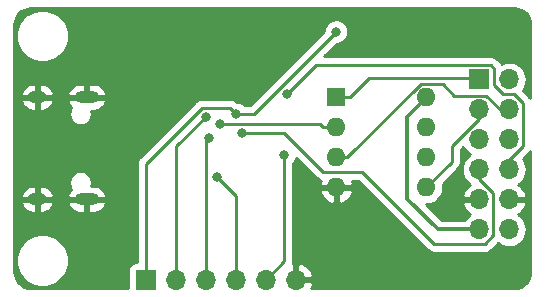
<source format=gbl>
G04 #@! TF.GenerationSoftware,KiCad,Pcbnew,(5.1.2)-1*
G04 #@! TF.CreationDate,2023-10-09T01:29:42+09:00*
G04 #@! TF.ProjectId,usc,7573632e-6b69-4636-9164-5f7063625858,v1.4*
G04 #@! TF.SameCoordinates,Original*
G04 #@! TF.FileFunction,Copper,L2,Bot*
G04 #@! TF.FilePolarity,Positive*
%FSLAX46Y46*%
G04 Gerber Fmt 4.6, Leading zero omitted, Abs format (unit mm)*
G04 Created by KiCad (PCBNEW (5.1.2)-1) date 2023-10-09 01:29:42*
%MOMM*%
%LPD*%
G04 APERTURE LIST*
%ADD10O,1.600000X1.600000*%
%ADD11R,1.600000X1.600000*%
%ADD12O,1.700000X1.700000*%
%ADD13R,1.700000X1.700000*%
%ADD14O,2.100000X1.000000*%
%ADD15O,1.600000X1.000000*%
%ADD16C,0.800000*%
%ADD17C,0.250000*%
%ADD18C,0.350000*%
%ADD19C,0.254000*%
G04 APERTURE END LIST*
D10*
X185520000Y-108200000D03*
X177900000Y-115820000D03*
X185520000Y-110740000D03*
X177900000Y-113280000D03*
X185520000Y-113280000D03*
X177900000Y-110740000D03*
X185520000Y-115820000D03*
D11*
X177900000Y-108200000D03*
D12*
X174470000Y-123650000D03*
X171930000Y-123650000D03*
X169390000Y-123650000D03*
X166850000Y-123650000D03*
X164310000Y-123650000D03*
D13*
X161770000Y-123650000D03*
D12*
X192540000Y-119380000D03*
X190000000Y-119380000D03*
X192540000Y-116840000D03*
X190000000Y-116840000D03*
X192540000Y-114300000D03*
X190000000Y-114300000D03*
X192540000Y-111760000D03*
X190000000Y-111760000D03*
X192540000Y-109220000D03*
X190000000Y-109220000D03*
X192540000Y-106680000D03*
D13*
X190000000Y-106680000D03*
D14*
X156780000Y-108180000D03*
X156780000Y-116820000D03*
D15*
X152600000Y-108180000D03*
X152600000Y-116820000D03*
D16*
X175300000Y-119500000D03*
X180760000Y-103880000D03*
X190330000Y-101280000D03*
X168850000Y-106260000D03*
X168092000Y-110475000D03*
X169889100Y-111212500D03*
X173518300Y-113075000D03*
X173737900Y-107887600D03*
X167783800Y-114906200D03*
X167100000Y-111600000D03*
X166835500Y-109825000D03*
X177888800Y-102626400D03*
X169400000Y-109600000D03*
D17*
X174470000Y-122474700D02*
X177900000Y-119044700D01*
X174470000Y-123650000D02*
X174470000Y-122474700D01*
X177900000Y-119044700D02*
X177900000Y-115820000D01*
X156780000Y-116820000D02*
X152600000Y-116820000D01*
X177900000Y-115820000D02*
X177900000Y-117800000D01*
X176200000Y-119500000D02*
X175300000Y-119500000D01*
X177900000Y-117800000D02*
X176200000Y-119500000D01*
X180760000Y-103880000D02*
X187730000Y-103880000D01*
X187730000Y-103880000D02*
X190330000Y-101280000D01*
X187700000Y-113640000D02*
X185520000Y-115820000D01*
X187700000Y-112327900D02*
X187700000Y-113640000D01*
X190000000Y-109220000D02*
X190000000Y-110027900D01*
X190000000Y-110027900D02*
X187700000Y-112327900D01*
X176774700Y-110740000D02*
X176509700Y-110475000D01*
X176509700Y-110475000D02*
X168092000Y-110475000D01*
X177900000Y-110740000D02*
X176774700Y-110740000D01*
X173468250Y-111212500D02*
X169889100Y-111212500D01*
X176755750Y-114500000D02*
X173468250Y-111212500D01*
X180079400Y-114500000D02*
X176755750Y-114500000D01*
X190000000Y-115108000D02*
X191215000Y-116323000D01*
X190000000Y-114300000D02*
X190000000Y-115108000D01*
X191215000Y-119890000D02*
X190502600Y-120602400D01*
X190502600Y-120602400D02*
X186181800Y-120602400D01*
X191215000Y-116323000D02*
X191215000Y-119890000D01*
X186181800Y-120602400D02*
X180079400Y-114500000D01*
D18*
X185520000Y-108280000D02*
X185520000Y-108200000D01*
X183900000Y-109900000D02*
X185520000Y-108280000D01*
X183900000Y-116800000D02*
X183900000Y-109900000D01*
X190000000Y-119380000D02*
X186480000Y-119380000D01*
X186480000Y-119380000D02*
X183900000Y-116800000D01*
D17*
X173518300Y-122061700D02*
X173518300Y-113075000D01*
X171930000Y-123650000D02*
X173518300Y-122061700D01*
X179025300Y-108200000D02*
X177900000Y-108200000D01*
X180636200Y-106589100D02*
X179025300Y-108200000D01*
X190000000Y-106680000D02*
X189909100Y-106589100D01*
X189909100Y-106589100D02*
X180636200Y-106589100D01*
X178818300Y-113280000D02*
X185049500Y-107048800D01*
X177900000Y-113280000D02*
X178818300Y-113280000D01*
X185049500Y-107048800D02*
X186903700Y-107048800D01*
X186903700Y-107048800D02*
X187899600Y-108044700D01*
X187899600Y-108044700D02*
X190556800Y-108044700D01*
X191732100Y-109220000D02*
X192540000Y-109220000D01*
X190556800Y-108044700D02*
X191732100Y-109220000D01*
X176166300Y-105459200D02*
X173737900Y-107887600D01*
X190967200Y-105459200D02*
X176166300Y-105459200D01*
X191300000Y-107168200D02*
X191300000Y-105792000D01*
X192540000Y-113492000D02*
X193727700Y-112304300D01*
X192540000Y-114300000D02*
X192540000Y-113492000D01*
X193727700Y-112304300D02*
X193727700Y-108690600D01*
X191300000Y-105792000D02*
X190967200Y-105459200D01*
X193727700Y-108690600D02*
X192953700Y-107916600D01*
X192953700Y-107916600D02*
X192048400Y-107916600D01*
X192048400Y-107916600D02*
X191300000Y-107168200D01*
X167783800Y-114906200D02*
X169390000Y-116512400D01*
X169390000Y-116512400D02*
X169390000Y-123650000D01*
X166850000Y-123650000D02*
X166850000Y-111850000D01*
X166850000Y-111850000D02*
X167100000Y-111600000D01*
X164310000Y-123650000D02*
X164310000Y-112350500D01*
X164310000Y-112350500D02*
X166835500Y-109825000D01*
X177888800Y-102626400D02*
X170915200Y-109600000D01*
X161770000Y-113819500D02*
X166518000Y-109071500D01*
X168871500Y-109071500D02*
X169000001Y-109200001D01*
X161770000Y-123650000D02*
X161770000Y-113819500D01*
X166518000Y-109071500D02*
X168871500Y-109071500D01*
X169965685Y-109600000D02*
X169400000Y-109600000D01*
X170915200Y-109600000D02*
X169965685Y-109600000D01*
X169000001Y-109200001D02*
X169400000Y-109600000D01*
D19*
G36*
X194340001Y-122967711D02*
G01*
X194311375Y-123259660D01*
X194235965Y-123509429D01*
X194113477Y-123739794D01*
X193948579Y-123941979D01*
X193747546Y-124108288D01*
X193518046Y-124232378D01*
X193268805Y-124309531D01*
X192978911Y-124340000D01*
X175779163Y-124340000D01*
X175814157Y-124281252D01*
X175911481Y-124006891D01*
X175790814Y-123777000D01*
X174597000Y-123777000D01*
X174597000Y-123797000D01*
X174343000Y-123797000D01*
X174343000Y-123777000D01*
X174323000Y-123777000D01*
X174323000Y-123523000D01*
X174343000Y-123523000D01*
X174343000Y-122329845D01*
X174597000Y-122329845D01*
X174597000Y-123523000D01*
X175790814Y-123523000D01*
X175911481Y-123293109D01*
X175814157Y-123018748D01*
X175665178Y-122768645D01*
X175470269Y-122552412D01*
X175236920Y-122378359D01*
X174974099Y-122253175D01*
X174826890Y-122208524D01*
X174597000Y-122329845D01*
X174343000Y-122329845D01*
X174246591Y-122278966D01*
X174267303Y-122210686D01*
X174278300Y-122099033D01*
X174278300Y-122099024D01*
X174281976Y-122061701D01*
X174278300Y-122024378D01*
X174278300Y-116169039D01*
X176508096Y-116169039D01*
X176548754Y-116303087D01*
X176668963Y-116557420D01*
X176836481Y-116783414D01*
X177044869Y-116972385D01*
X177286119Y-117117070D01*
X177550960Y-117211909D01*
X177773000Y-117090624D01*
X177773000Y-115947000D01*
X178027000Y-115947000D01*
X178027000Y-117090624D01*
X178249040Y-117211909D01*
X178513881Y-117117070D01*
X178755131Y-116972385D01*
X178963519Y-116783414D01*
X179131037Y-116557420D01*
X179251246Y-116303087D01*
X179291904Y-116169039D01*
X179169915Y-115947000D01*
X178027000Y-115947000D01*
X177773000Y-115947000D01*
X176630085Y-115947000D01*
X176508096Y-116169039D01*
X174278300Y-116169039D01*
X174278300Y-113778711D01*
X174322237Y-113734774D01*
X174435505Y-113565256D01*
X174513526Y-113376898D01*
X174520879Y-113339931D01*
X176191950Y-115011002D01*
X176215749Y-115040001D01*
X176244747Y-115063799D01*
X176331473Y-115134974D01*
X176450220Y-115198446D01*
X176463503Y-115205546D01*
X176592368Y-115244636D01*
X176548754Y-115336913D01*
X176508096Y-115470961D01*
X176630085Y-115693000D01*
X177773000Y-115693000D01*
X177773000Y-115673000D01*
X178027000Y-115673000D01*
X178027000Y-115693000D01*
X179169915Y-115693000D01*
X179291904Y-115470961D01*
X179251246Y-115336913D01*
X179214894Y-115260000D01*
X179764599Y-115260000D01*
X185618001Y-121113403D01*
X185641799Y-121142401D01*
X185757524Y-121237374D01*
X185889553Y-121307946D01*
X186032814Y-121351403D01*
X186144467Y-121362400D01*
X186144477Y-121362400D01*
X186181800Y-121366076D01*
X186219123Y-121362400D01*
X190465278Y-121362400D01*
X190502600Y-121366076D01*
X190539922Y-121362400D01*
X190539933Y-121362400D01*
X190651586Y-121351403D01*
X190794847Y-121307946D01*
X190926876Y-121237374D01*
X191042601Y-121142401D01*
X191066403Y-121113398D01*
X191627561Y-120552241D01*
X191710986Y-120620706D01*
X191968966Y-120758599D01*
X192248889Y-120843513D01*
X192467050Y-120865000D01*
X192612950Y-120865000D01*
X192831111Y-120843513D01*
X193111034Y-120758599D01*
X193369014Y-120620706D01*
X193595134Y-120435134D01*
X193780706Y-120209014D01*
X193918599Y-119951034D01*
X194003513Y-119671111D01*
X194032185Y-119380000D01*
X194003513Y-119088889D01*
X193918599Y-118808966D01*
X193780706Y-118550986D01*
X193595134Y-118324866D01*
X193369014Y-118139294D01*
X193304477Y-118104799D01*
X193421355Y-118035178D01*
X193637588Y-117840269D01*
X193811641Y-117606920D01*
X193936825Y-117344099D01*
X193981476Y-117196890D01*
X193860155Y-116967000D01*
X192667000Y-116967000D01*
X192667000Y-116987000D01*
X192413000Y-116987000D01*
X192413000Y-116967000D01*
X192393000Y-116967000D01*
X192393000Y-116713000D01*
X192413000Y-116713000D01*
X192413000Y-116693000D01*
X192667000Y-116693000D01*
X192667000Y-116713000D01*
X193860155Y-116713000D01*
X193981476Y-116483110D01*
X193936825Y-116335901D01*
X193811641Y-116073080D01*
X193637588Y-115839731D01*
X193421355Y-115644822D01*
X193304477Y-115575201D01*
X193369014Y-115540706D01*
X193595134Y-115355134D01*
X193780706Y-115129014D01*
X193918599Y-114871034D01*
X194003513Y-114591111D01*
X194032185Y-114300000D01*
X194003513Y-114008889D01*
X193918599Y-113728966D01*
X193780706Y-113470986D01*
X193715396Y-113391406D01*
X194238709Y-112868094D01*
X194267701Y-112844301D01*
X194291495Y-112815308D01*
X194291499Y-112815304D01*
X194340001Y-112756204D01*
X194340001Y-122967711D01*
X194340001Y-122967711D01*
G37*
X194340001Y-122967711D02*
X194311375Y-123259660D01*
X194235965Y-123509429D01*
X194113477Y-123739794D01*
X193948579Y-123941979D01*
X193747546Y-124108288D01*
X193518046Y-124232378D01*
X193268805Y-124309531D01*
X192978911Y-124340000D01*
X175779163Y-124340000D01*
X175814157Y-124281252D01*
X175911481Y-124006891D01*
X175790814Y-123777000D01*
X174597000Y-123777000D01*
X174597000Y-123797000D01*
X174343000Y-123797000D01*
X174343000Y-123777000D01*
X174323000Y-123777000D01*
X174323000Y-123523000D01*
X174343000Y-123523000D01*
X174343000Y-122329845D01*
X174597000Y-122329845D01*
X174597000Y-123523000D01*
X175790814Y-123523000D01*
X175911481Y-123293109D01*
X175814157Y-123018748D01*
X175665178Y-122768645D01*
X175470269Y-122552412D01*
X175236920Y-122378359D01*
X174974099Y-122253175D01*
X174826890Y-122208524D01*
X174597000Y-122329845D01*
X174343000Y-122329845D01*
X174246591Y-122278966D01*
X174267303Y-122210686D01*
X174278300Y-122099033D01*
X174278300Y-122099024D01*
X174281976Y-122061701D01*
X174278300Y-122024378D01*
X174278300Y-116169039D01*
X176508096Y-116169039D01*
X176548754Y-116303087D01*
X176668963Y-116557420D01*
X176836481Y-116783414D01*
X177044869Y-116972385D01*
X177286119Y-117117070D01*
X177550960Y-117211909D01*
X177773000Y-117090624D01*
X177773000Y-115947000D01*
X178027000Y-115947000D01*
X178027000Y-117090624D01*
X178249040Y-117211909D01*
X178513881Y-117117070D01*
X178755131Y-116972385D01*
X178963519Y-116783414D01*
X179131037Y-116557420D01*
X179251246Y-116303087D01*
X179291904Y-116169039D01*
X179169915Y-115947000D01*
X178027000Y-115947000D01*
X177773000Y-115947000D01*
X176630085Y-115947000D01*
X176508096Y-116169039D01*
X174278300Y-116169039D01*
X174278300Y-113778711D01*
X174322237Y-113734774D01*
X174435505Y-113565256D01*
X174513526Y-113376898D01*
X174520879Y-113339931D01*
X176191950Y-115011002D01*
X176215749Y-115040001D01*
X176244747Y-115063799D01*
X176331473Y-115134974D01*
X176450220Y-115198446D01*
X176463503Y-115205546D01*
X176592368Y-115244636D01*
X176548754Y-115336913D01*
X176508096Y-115470961D01*
X176630085Y-115693000D01*
X177773000Y-115693000D01*
X177773000Y-115673000D01*
X178027000Y-115673000D01*
X178027000Y-115693000D01*
X179169915Y-115693000D01*
X179291904Y-115470961D01*
X179251246Y-115336913D01*
X179214894Y-115260000D01*
X179764599Y-115260000D01*
X185618001Y-121113403D01*
X185641799Y-121142401D01*
X185757524Y-121237374D01*
X185889553Y-121307946D01*
X186032814Y-121351403D01*
X186144467Y-121362400D01*
X186144477Y-121362400D01*
X186181800Y-121366076D01*
X186219123Y-121362400D01*
X190465278Y-121362400D01*
X190502600Y-121366076D01*
X190539922Y-121362400D01*
X190539933Y-121362400D01*
X190651586Y-121351403D01*
X190794847Y-121307946D01*
X190926876Y-121237374D01*
X191042601Y-121142401D01*
X191066403Y-121113398D01*
X191627561Y-120552241D01*
X191710986Y-120620706D01*
X191968966Y-120758599D01*
X192248889Y-120843513D01*
X192467050Y-120865000D01*
X192612950Y-120865000D01*
X192831111Y-120843513D01*
X193111034Y-120758599D01*
X193369014Y-120620706D01*
X193595134Y-120435134D01*
X193780706Y-120209014D01*
X193918599Y-119951034D01*
X194003513Y-119671111D01*
X194032185Y-119380000D01*
X194003513Y-119088889D01*
X193918599Y-118808966D01*
X193780706Y-118550986D01*
X193595134Y-118324866D01*
X193369014Y-118139294D01*
X193304477Y-118104799D01*
X193421355Y-118035178D01*
X193637588Y-117840269D01*
X193811641Y-117606920D01*
X193936825Y-117344099D01*
X193981476Y-117196890D01*
X193860155Y-116967000D01*
X192667000Y-116967000D01*
X192667000Y-116987000D01*
X192413000Y-116987000D01*
X192413000Y-116967000D01*
X192393000Y-116967000D01*
X192393000Y-116713000D01*
X192413000Y-116713000D01*
X192413000Y-116693000D01*
X192667000Y-116693000D01*
X192667000Y-116713000D01*
X193860155Y-116713000D01*
X193981476Y-116483110D01*
X193936825Y-116335901D01*
X193811641Y-116073080D01*
X193637588Y-115839731D01*
X193421355Y-115644822D01*
X193304477Y-115575201D01*
X193369014Y-115540706D01*
X193595134Y-115355134D01*
X193780706Y-115129014D01*
X193918599Y-114871034D01*
X194003513Y-114591111D01*
X194032185Y-114300000D01*
X194003513Y-114008889D01*
X193918599Y-113728966D01*
X193780706Y-113470986D01*
X193715396Y-113391406D01*
X194238709Y-112868094D01*
X194267701Y-112844301D01*
X194291495Y-112815308D01*
X194291499Y-112815304D01*
X194340001Y-112756204D01*
X194340001Y-122967711D01*
G36*
X193259659Y-100688625D02*
G01*
X193509429Y-100764035D01*
X193739792Y-100886522D01*
X193941980Y-101051422D01*
X194108286Y-101252450D01*
X194232378Y-101481954D01*
X194309531Y-101731195D01*
X194340000Y-102021089D01*
X194340000Y-108238696D01*
X194267701Y-108150599D01*
X194238702Y-108126801D01*
X193708680Y-107596778D01*
X193780706Y-107509014D01*
X193918599Y-107251034D01*
X194003513Y-106971111D01*
X194032185Y-106680000D01*
X194003513Y-106388889D01*
X193918599Y-106108966D01*
X193780706Y-105850986D01*
X193595134Y-105624866D01*
X193369014Y-105439294D01*
X193111034Y-105301401D01*
X192831111Y-105216487D01*
X192612950Y-105195000D01*
X192467050Y-105195000D01*
X192248889Y-105216487D01*
X191968966Y-105301401D01*
X191907505Y-105334253D01*
X191840001Y-105251999D01*
X191810997Y-105228196D01*
X191531004Y-104948203D01*
X191507201Y-104919199D01*
X191391476Y-104824226D01*
X191259447Y-104753654D01*
X191116186Y-104710197D01*
X191004533Y-104699200D01*
X191004522Y-104699200D01*
X190967200Y-104695524D01*
X190929878Y-104699200D01*
X176890802Y-104699200D01*
X177928602Y-103661400D01*
X177990739Y-103661400D01*
X178190698Y-103621626D01*
X178379056Y-103543605D01*
X178548574Y-103430337D01*
X178692737Y-103286174D01*
X178806005Y-103116656D01*
X178884026Y-102928298D01*
X178923800Y-102728339D01*
X178923800Y-102524461D01*
X178884026Y-102324502D01*
X178806005Y-102136144D01*
X178692737Y-101966626D01*
X178548574Y-101822463D01*
X178379056Y-101709195D01*
X178190698Y-101631174D01*
X177990739Y-101591400D01*
X177786861Y-101591400D01*
X177586902Y-101631174D01*
X177398544Y-101709195D01*
X177229026Y-101822463D01*
X177084863Y-101966626D01*
X176971595Y-102136144D01*
X176893574Y-102324502D01*
X176853800Y-102524461D01*
X176853800Y-102586598D01*
X170600399Y-108840000D01*
X170103711Y-108840000D01*
X170059774Y-108796063D01*
X169890256Y-108682795D01*
X169701898Y-108604774D01*
X169501939Y-108565000D01*
X169439801Y-108565000D01*
X169435304Y-108560503D01*
X169411501Y-108531499D01*
X169295776Y-108436526D01*
X169163747Y-108365954D01*
X169020486Y-108322497D01*
X168908833Y-108311500D01*
X168908822Y-108311500D01*
X168871500Y-108307824D01*
X168834178Y-108311500D01*
X166555322Y-108311500D01*
X166518000Y-108307824D01*
X166480677Y-108311500D01*
X166480667Y-108311500D01*
X166369014Y-108322497D01*
X166225753Y-108365954D01*
X166093723Y-108436526D01*
X166038467Y-108481874D01*
X165977999Y-108531499D01*
X165954201Y-108560497D01*
X161258998Y-113255701D01*
X161230000Y-113279499D01*
X161206202Y-113308497D01*
X161206201Y-113308498D01*
X161135026Y-113395224D01*
X161064454Y-113527254D01*
X161020998Y-113670515D01*
X161006324Y-113819500D01*
X161010001Y-113856832D01*
X161010000Y-122161928D01*
X160920000Y-122161928D01*
X160795518Y-122174188D01*
X160675820Y-122210498D01*
X160565506Y-122269463D01*
X160468815Y-122348815D01*
X160389463Y-122445506D01*
X160330498Y-122555820D01*
X160294188Y-122675518D01*
X160281928Y-122800000D01*
X160281928Y-124340000D01*
X152032279Y-124340000D01*
X151740340Y-124311375D01*
X151490571Y-124235965D01*
X151260206Y-124113477D01*
X151058021Y-123948579D01*
X150891712Y-123747546D01*
X150767622Y-123518046D01*
X150690469Y-123268805D01*
X150660000Y-122978911D01*
X150660000Y-121779872D01*
X150765000Y-121779872D01*
X150765000Y-122220128D01*
X150850890Y-122651925D01*
X151019369Y-123058669D01*
X151263962Y-123424729D01*
X151575271Y-123736038D01*
X151941331Y-123980631D01*
X152348075Y-124149110D01*
X152779872Y-124235000D01*
X153220128Y-124235000D01*
X153651925Y-124149110D01*
X154058669Y-123980631D01*
X154424729Y-123736038D01*
X154736038Y-123424729D01*
X154980631Y-123058669D01*
X155149110Y-122651925D01*
X155235000Y-122220128D01*
X155235000Y-121779872D01*
X155149110Y-121348075D01*
X154980631Y-120941331D01*
X154736038Y-120575271D01*
X154424729Y-120263962D01*
X154058669Y-120019369D01*
X153651925Y-119850890D01*
X153220128Y-119765000D01*
X152779872Y-119765000D01*
X152348075Y-119850890D01*
X151941331Y-120019369D01*
X151575271Y-120263962D01*
X151263962Y-120575271D01*
X151019369Y-120941331D01*
X150850890Y-121348075D01*
X150765000Y-121779872D01*
X150660000Y-121779872D01*
X150660000Y-117121874D01*
X151205881Y-117121874D01*
X151285724Y-117344976D01*
X151407631Y-117532764D01*
X151563831Y-117693161D01*
X151748322Y-117820003D01*
X151954013Y-117908415D01*
X152173000Y-117955000D01*
X152473000Y-117955000D01*
X152473000Y-116947000D01*
X152727000Y-116947000D01*
X152727000Y-117955000D01*
X153027000Y-117955000D01*
X153245987Y-117908415D01*
X153451678Y-117820003D01*
X153636169Y-117693161D01*
X153792369Y-117532764D01*
X153914276Y-117344976D01*
X153994119Y-117121874D01*
X155135881Y-117121874D01*
X155215724Y-117344976D01*
X155337631Y-117532764D01*
X155493831Y-117693161D01*
X155678322Y-117820003D01*
X155884013Y-117908415D01*
X156103000Y-117955000D01*
X156653000Y-117955000D01*
X156653000Y-116947000D01*
X156907000Y-116947000D01*
X156907000Y-117955000D01*
X157457000Y-117955000D01*
X157675987Y-117908415D01*
X157881678Y-117820003D01*
X158066169Y-117693161D01*
X158222369Y-117532764D01*
X158344276Y-117344976D01*
X158424119Y-117121874D01*
X158297954Y-116947000D01*
X156907000Y-116947000D01*
X156653000Y-116947000D01*
X155262046Y-116947000D01*
X155135881Y-117121874D01*
X153994119Y-117121874D01*
X153867954Y-116947000D01*
X152727000Y-116947000D01*
X152473000Y-116947000D01*
X151332046Y-116947000D01*
X151205881Y-117121874D01*
X150660000Y-117121874D01*
X150660000Y-116518126D01*
X151205881Y-116518126D01*
X151332046Y-116693000D01*
X152473000Y-116693000D01*
X152473000Y-115685000D01*
X152727000Y-115685000D01*
X152727000Y-116693000D01*
X153867954Y-116693000D01*
X153994119Y-116518126D01*
X155135881Y-116518126D01*
X155262046Y-116693000D01*
X156653000Y-116693000D01*
X156653000Y-116673000D01*
X156907000Y-116673000D01*
X156907000Y-116693000D01*
X158297954Y-116693000D01*
X158424119Y-116518126D01*
X158344276Y-116295024D01*
X158222369Y-116107236D01*
X158066169Y-115946839D01*
X157881678Y-115819997D01*
X157675987Y-115731585D01*
X157457000Y-115685000D01*
X157166904Y-115685000D01*
X157173108Y-115670022D01*
X157210000Y-115484552D01*
X157210000Y-115295448D01*
X157173108Y-115109978D01*
X157100741Y-114935269D01*
X156995681Y-114778036D01*
X156861964Y-114644319D01*
X156704731Y-114539259D01*
X156530022Y-114466892D01*
X156344552Y-114430000D01*
X156155448Y-114430000D01*
X155969978Y-114466892D01*
X155795269Y-114539259D01*
X155638036Y-114644319D01*
X155504319Y-114778036D01*
X155399259Y-114935269D01*
X155326892Y-115109978D01*
X155290000Y-115295448D01*
X155290000Y-115484552D01*
X155326892Y-115670022D01*
X155399259Y-115844731D01*
X155478206Y-115962884D01*
X155337631Y-116107236D01*
X155215724Y-116295024D01*
X155135881Y-116518126D01*
X153994119Y-116518126D01*
X153914276Y-116295024D01*
X153792369Y-116107236D01*
X153636169Y-115946839D01*
X153451678Y-115819997D01*
X153245987Y-115731585D01*
X153027000Y-115685000D01*
X152727000Y-115685000D01*
X152473000Y-115685000D01*
X152173000Y-115685000D01*
X151954013Y-115731585D01*
X151748322Y-115819997D01*
X151563831Y-115946839D01*
X151407631Y-116107236D01*
X151285724Y-116295024D01*
X151205881Y-116518126D01*
X150660000Y-116518126D01*
X150660000Y-108481874D01*
X151205881Y-108481874D01*
X151285724Y-108704976D01*
X151407631Y-108892764D01*
X151563831Y-109053161D01*
X151748322Y-109180003D01*
X151954013Y-109268415D01*
X152173000Y-109315000D01*
X152473000Y-109315000D01*
X152473000Y-108307000D01*
X152727000Y-108307000D01*
X152727000Y-109315000D01*
X153027000Y-109315000D01*
X153245987Y-109268415D01*
X153451678Y-109180003D01*
X153636169Y-109053161D01*
X153792369Y-108892764D01*
X153914276Y-108704976D01*
X153994119Y-108481874D01*
X155135881Y-108481874D01*
X155215724Y-108704976D01*
X155337631Y-108892764D01*
X155478206Y-109037116D01*
X155399259Y-109155269D01*
X155326892Y-109329978D01*
X155290000Y-109515448D01*
X155290000Y-109704552D01*
X155326892Y-109890022D01*
X155399259Y-110064731D01*
X155504319Y-110221964D01*
X155638036Y-110355681D01*
X155795269Y-110460741D01*
X155969978Y-110533108D01*
X156155448Y-110570000D01*
X156344552Y-110570000D01*
X156530022Y-110533108D01*
X156704731Y-110460741D01*
X156861964Y-110355681D01*
X156995681Y-110221964D01*
X157100741Y-110064731D01*
X157173108Y-109890022D01*
X157210000Y-109704552D01*
X157210000Y-109515448D01*
X157173108Y-109329978D01*
X157166904Y-109315000D01*
X157457000Y-109315000D01*
X157675987Y-109268415D01*
X157881678Y-109180003D01*
X158066169Y-109053161D01*
X158222369Y-108892764D01*
X158344276Y-108704976D01*
X158424119Y-108481874D01*
X158297954Y-108307000D01*
X156907000Y-108307000D01*
X156907000Y-108327000D01*
X156653000Y-108327000D01*
X156653000Y-108307000D01*
X155262046Y-108307000D01*
X155135881Y-108481874D01*
X153994119Y-108481874D01*
X153867954Y-108307000D01*
X152727000Y-108307000D01*
X152473000Y-108307000D01*
X151332046Y-108307000D01*
X151205881Y-108481874D01*
X150660000Y-108481874D01*
X150660000Y-107878126D01*
X151205881Y-107878126D01*
X151332046Y-108053000D01*
X152473000Y-108053000D01*
X152473000Y-107045000D01*
X152727000Y-107045000D01*
X152727000Y-108053000D01*
X153867954Y-108053000D01*
X153994119Y-107878126D01*
X155135881Y-107878126D01*
X155262046Y-108053000D01*
X156653000Y-108053000D01*
X156653000Y-107045000D01*
X156907000Y-107045000D01*
X156907000Y-108053000D01*
X158297954Y-108053000D01*
X158424119Y-107878126D01*
X158344276Y-107655024D01*
X158222369Y-107467236D01*
X158066169Y-107306839D01*
X157881678Y-107179997D01*
X157675987Y-107091585D01*
X157457000Y-107045000D01*
X156907000Y-107045000D01*
X156653000Y-107045000D01*
X156103000Y-107045000D01*
X155884013Y-107091585D01*
X155678322Y-107179997D01*
X155493831Y-107306839D01*
X155337631Y-107467236D01*
X155215724Y-107655024D01*
X155135881Y-107878126D01*
X153994119Y-107878126D01*
X153914276Y-107655024D01*
X153792369Y-107467236D01*
X153636169Y-107306839D01*
X153451678Y-107179997D01*
X153245987Y-107091585D01*
X153027000Y-107045000D01*
X152727000Y-107045000D01*
X152473000Y-107045000D01*
X152173000Y-107045000D01*
X151954013Y-107091585D01*
X151748322Y-107179997D01*
X151563831Y-107306839D01*
X151407631Y-107467236D01*
X151285724Y-107655024D01*
X151205881Y-107878126D01*
X150660000Y-107878126D01*
X150660000Y-102779872D01*
X150765000Y-102779872D01*
X150765000Y-103220128D01*
X150850890Y-103651925D01*
X151019369Y-104058669D01*
X151263962Y-104424729D01*
X151575271Y-104736038D01*
X151941331Y-104980631D01*
X152348075Y-105149110D01*
X152779872Y-105235000D01*
X153220128Y-105235000D01*
X153651925Y-105149110D01*
X154058669Y-104980631D01*
X154424729Y-104736038D01*
X154736038Y-104424729D01*
X154980631Y-104058669D01*
X155149110Y-103651925D01*
X155235000Y-103220128D01*
X155235000Y-102779872D01*
X155149110Y-102348075D01*
X154980631Y-101941331D01*
X154736038Y-101575271D01*
X154424729Y-101263962D01*
X154058669Y-101019369D01*
X153651925Y-100850890D01*
X153220128Y-100765000D01*
X152779872Y-100765000D01*
X152348075Y-100850890D01*
X151941331Y-101019369D01*
X151575271Y-101263962D01*
X151263962Y-101575271D01*
X151019369Y-101941331D01*
X150850890Y-102348075D01*
X150765000Y-102779872D01*
X150660000Y-102779872D01*
X150660000Y-102032279D01*
X150688625Y-101740341D01*
X150764035Y-101490571D01*
X150886522Y-101260208D01*
X151051422Y-101058020D01*
X151252450Y-100891714D01*
X151481954Y-100767622D01*
X151731195Y-100690469D01*
X152021088Y-100660000D01*
X192967721Y-100660000D01*
X193259659Y-100688625D01*
X193259659Y-100688625D01*
G37*
X193259659Y-100688625D02*
X193509429Y-100764035D01*
X193739792Y-100886522D01*
X193941980Y-101051422D01*
X194108286Y-101252450D01*
X194232378Y-101481954D01*
X194309531Y-101731195D01*
X194340000Y-102021089D01*
X194340000Y-108238696D01*
X194267701Y-108150599D01*
X194238702Y-108126801D01*
X193708680Y-107596778D01*
X193780706Y-107509014D01*
X193918599Y-107251034D01*
X194003513Y-106971111D01*
X194032185Y-106680000D01*
X194003513Y-106388889D01*
X193918599Y-106108966D01*
X193780706Y-105850986D01*
X193595134Y-105624866D01*
X193369014Y-105439294D01*
X193111034Y-105301401D01*
X192831111Y-105216487D01*
X192612950Y-105195000D01*
X192467050Y-105195000D01*
X192248889Y-105216487D01*
X191968966Y-105301401D01*
X191907505Y-105334253D01*
X191840001Y-105251999D01*
X191810997Y-105228196D01*
X191531004Y-104948203D01*
X191507201Y-104919199D01*
X191391476Y-104824226D01*
X191259447Y-104753654D01*
X191116186Y-104710197D01*
X191004533Y-104699200D01*
X191004522Y-104699200D01*
X190967200Y-104695524D01*
X190929878Y-104699200D01*
X176890802Y-104699200D01*
X177928602Y-103661400D01*
X177990739Y-103661400D01*
X178190698Y-103621626D01*
X178379056Y-103543605D01*
X178548574Y-103430337D01*
X178692737Y-103286174D01*
X178806005Y-103116656D01*
X178884026Y-102928298D01*
X178923800Y-102728339D01*
X178923800Y-102524461D01*
X178884026Y-102324502D01*
X178806005Y-102136144D01*
X178692737Y-101966626D01*
X178548574Y-101822463D01*
X178379056Y-101709195D01*
X178190698Y-101631174D01*
X177990739Y-101591400D01*
X177786861Y-101591400D01*
X177586902Y-101631174D01*
X177398544Y-101709195D01*
X177229026Y-101822463D01*
X177084863Y-101966626D01*
X176971595Y-102136144D01*
X176893574Y-102324502D01*
X176853800Y-102524461D01*
X176853800Y-102586598D01*
X170600399Y-108840000D01*
X170103711Y-108840000D01*
X170059774Y-108796063D01*
X169890256Y-108682795D01*
X169701898Y-108604774D01*
X169501939Y-108565000D01*
X169439801Y-108565000D01*
X169435304Y-108560503D01*
X169411501Y-108531499D01*
X169295776Y-108436526D01*
X169163747Y-108365954D01*
X169020486Y-108322497D01*
X168908833Y-108311500D01*
X168908822Y-108311500D01*
X168871500Y-108307824D01*
X168834178Y-108311500D01*
X166555322Y-108311500D01*
X166518000Y-108307824D01*
X166480677Y-108311500D01*
X166480667Y-108311500D01*
X166369014Y-108322497D01*
X166225753Y-108365954D01*
X166093723Y-108436526D01*
X166038467Y-108481874D01*
X165977999Y-108531499D01*
X165954201Y-108560497D01*
X161258998Y-113255701D01*
X161230000Y-113279499D01*
X161206202Y-113308497D01*
X161206201Y-113308498D01*
X161135026Y-113395224D01*
X161064454Y-113527254D01*
X161020998Y-113670515D01*
X161006324Y-113819500D01*
X161010001Y-113856832D01*
X161010000Y-122161928D01*
X160920000Y-122161928D01*
X160795518Y-122174188D01*
X160675820Y-122210498D01*
X160565506Y-122269463D01*
X160468815Y-122348815D01*
X160389463Y-122445506D01*
X160330498Y-122555820D01*
X160294188Y-122675518D01*
X160281928Y-122800000D01*
X160281928Y-124340000D01*
X152032279Y-124340000D01*
X151740340Y-124311375D01*
X151490571Y-124235965D01*
X151260206Y-124113477D01*
X151058021Y-123948579D01*
X150891712Y-123747546D01*
X150767622Y-123518046D01*
X150690469Y-123268805D01*
X150660000Y-122978911D01*
X150660000Y-121779872D01*
X150765000Y-121779872D01*
X150765000Y-122220128D01*
X150850890Y-122651925D01*
X151019369Y-123058669D01*
X151263962Y-123424729D01*
X151575271Y-123736038D01*
X151941331Y-123980631D01*
X152348075Y-124149110D01*
X152779872Y-124235000D01*
X153220128Y-124235000D01*
X153651925Y-124149110D01*
X154058669Y-123980631D01*
X154424729Y-123736038D01*
X154736038Y-123424729D01*
X154980631Y-123058669D01*
X155149110Y-122651925D01*
X155235000Y-122220128D01*
X155235000Y-121779872D01*
X155149110Y-121348075D01*
X154980631Y-120941331D01*
X154736038Y-120575271D01*
X154424729Y-120263962D01*
X154058669Y-120019369D01*
X153651925Y-119850890D01*
X153220128Y-119765000D01*
X152779872Y-119765000D01*
X152348075Y-119850890D01*
X151941331Y-120019369D01*
X151575271Y-120263962D01*
X151263962Y-120575271D01*
X151019369Y-120941331D01*
X150850890Y-121348075D01*
X150765000Y-121779872D01*
X150660000Y-121779872D01*
X150660000Y-117121874D01*
X151205881Y-117121874D01*
X151285724Y-117344976D01*
X151407631Y-117532764D01*
X151563831Y-117693161D01*
X151748322Y-117820003D01*
X151954013Y-117908415D01*
X152173000Y-117955000D01*
X152473000Y-117955000D01*
X152473000Y-116947000D01*
X152727000Y-116947000D01*
X152727000Y-117955000D01*
X153027000Y-117955000D01*
X153245987Y-117908415D01*
X153451678Y-117820003D01*
X153636169Y-117693161D01*
X153792369Y-117532764D01*
X153914276Y-117344976D01*
X153994119Y-117121874D01*
X155135881Y-117121874D01*
X155215724Y-117344976D01*
X155337631Y-117532764D01*
X155493831Y-117693161D01*
X155678322Y-117820003D01*
X155884013Y-117908415D01*
X156103000Y-117955000D01*
X156653000Y-117955000D01*
X156653000Y-116947000D01*
X156907000Y-116947000D01*
X156907000Y-117955000D01*
X157457000Y-117955000D01*
X157675987Y-117908415D01*
X157881678Y-117820003D01*
X158066169Y-117693161D01*
X158222369Y-117532764D01*
X158344276Y-117344976D01*
X158424119Y-117121874D01*
X158297954Y-116947000D01*
X156907000Y-116947000D01*
X156653000Y-116947000D01*
X155262046Y-116947000D01*
X155135881Y-117121874D01*
X153994119Y-117121874D01*
X153867954Y-116947000D01*
X152727000Y-116947000D01*
X152473000Y-116947000D01*
X151332046Y-116947000D01*
X151205881Y-117121874D01*
X150660000Y-117121874D01*
X150660000Y-116518126D01*
X151205881Y-116518126D01*
X151332046Y-116693000D01*
X152473000Y-116693000D01*
X152473000Y-115685000D01*
X152727000Y-115685000D01*
X152727000Y-116693000D01*
X153867954Y-116693000D01*
X153994119Y-116518126D01*
X155135881Y-116518126D01*
X155262046Y-116693000D01*
X156653000Y-116693000D01*
X156653000Y-116673000D01*
X156907000Y-116673000D01*
X156907000Y-116693000D01*
X158297954Y-116693000D01*
X158424119Y-116518126D01*
X158344276Y-116295024D01*
X158222369Y-116107236D01*
X158066169Y-115946839D01*
X157881678Y-115819997D01*
X157675987Y-115731585D01*
X157457000Y-115685000D01*
X157166904Y-115685000D01*
X157173108Y-115670022D01*
X157210000Y-115484552D01*
X157210000Y-115295448D01*
X157173108Y-115109978D01*
X157100741Y-114935269D01*
X156995681Y-114778036D01*
X156861964Y-114644319D01*
X156704731Y-114539259D01*
X156530022Y-114466892D01*
X156344552Y-114430000D01*
X156155448Y-114430000D01*
X155969978Y-114466892D01*
X155795269Y-114539259D01*
X155638036Y-114644319D01*
X155504319Y-114778036D01*
X155399259Y-114935269D01*
X155326892Y-115109978D01*
X155290000Y-115295448D01*
X155290000Y-115484552D01*
X155326892Y-115670022D01*
X155399259Y-115844731D01*
X155478206Y-115962884D01*
X155337631Y-116107236D01*
X155215724Y-116295024D01*
X155135881Y-116518126D01*
X153994119Y-116518126D01*
X153914276Y-116295024D01*
X153792369Y-116107236D01*
X153636169Y-115946839D01*
X153451678Y-115819997D01*
X153245987Y-115731585D01*
X153027000Y-115685000D01*
X152727000Y-115685000D01*
X152473000Y-115685000D01*
X152173000Y-115685000D01*
X151954013Y-115731585D01*
X151748322Y-115819997D01*
X151563831Y-115946839D01*
X151407631Y-116107236D01*
X151285724Y-116295024D01*
X151205881Y-116518126D01*
X150660000Y-116518126D01*
X150660000Y-108481874D01*
X151205881Y-108481874D01*
X151285724Y-108704976D01*
X151407631Y-108892764D01*
X151563831Y-109053161D01*
X151748322Y-109180003D01*
X151954013Y-109268415D01*
X152173000Y-109315000D01*
X152473000Y-109315000D01*
X152473000Y-108307000D01*
X152727000Y-108307000D01*
X152727000Y-109315000D01*
X153027000Y-109315000D01*
X153245987Y-109268415D01*
X153451678Y-109180003D01*
X153636169Y-109053161D01*
X153792369Y-108892764D01*
X153914276Y-108704976D01*
X153994119Y-108481874D01*
X155135881Y-108481874D01*
X155215724Y-108704976D01*
X155337631Y-108892764D01*
X155478206Y-109037116D01*
X155399259Y-109155269D01*
X155326892Y-109329978D01*
X155290000Y-109515448D01*
X155290000Y-109704552D01*
X155326892Y-109890022D01*
X155399259Y-110064731D01*
X155504319Y-110221964D01*
X155638036Y-110355681D01*
X155795269Y-110460741D01*
X155969978Y-110533108D01*
X156155448Y-110570000D01*
X156344552Y-110570000D01*
X156530022Y-110533108D01*
X156704731Y-110460741D01*
X156861964Y-110355681D01*
X156995681Y-110221964D01*
X157100741Y-110064731D01*
X157173108Y-109890022D01*
X157210000Y-109704552D01*
X157210000Y-109515448D01*
X157173108Y-109329978D01*
X157166904Y-109315000D01*
X157457000Y-109315000D01*
X157675987Y-109268415D01*
X157881678Y-109180003D01*
X158066169Y-109053161D01*
X158222369Y-108892764D01*
X158344276Y-108704976D01*
X158424119Y-108481874D01*
X158297954Y-108307000D01*
X156907000Y-108307000D01*
X156907000Y-108327000D01*
X156653000Y-108327000D01*
X156653000Y-108307000D01*
X155262046Y-108307000D01*
X155135881Y-108481874D01*
X153994119Y-108481874D01*
X153867954Y-108307000D01*
X152727000Y-108307000D01*
X152473000Y-108307000D01*
X151332046Y-108307000D01*
X151205881Y-108481874D01*
X150660000Y-108481874D01*
X150660000Y-107878126D01*
X151205881Y-107878126D01*
X151332046Y-108053000D01*
X152473000Y-108053000D01*
X152473000Y-107045000D01*
X152727000Y-107045000D01*
X152727000Y-108053000D01*
X153867954Y-108053000D01*
X153994119Y-107878126D01*
X155135881Y-107878126D01*
X155262046Y-108053000D01*
X156653000Y-108053000D01*
X156653000Y-107045000D01*
X156907000Y-107045000D01*
X156907000Y-108053000D01*
X158297954Y-108053000D01*
X158424119Y-107878126D01*
X158344276Y-107655024D01*
X158222369Y-107467236D01*
X158066169Y-107306839D01*
X157881678Y-107179997D01*
X157675987Y-107091585D01*
X157457000Y-107045000D01*
X156907000Y-107045000D01*
X156653000Y-107045000D01*
X156103000Y-107045000D01*
X155884013Y-107091585D01*
X155678322Y-107179997D01*
X155493831Y-107306839D01*
X155337631Y-107467236D01*
X155215724Y-107655024D01*
X155135881Y-107878126D01*
X153994119Y-107878126D01*
X153914276Y-107655024D01*
X153792369Y-107467236D01*
X153636169Y-107306839D01*
X153451678Y-107179997D01*
X153245987Y-107091585D01*
X153027000Y-107045000D01*
X152727000Y-107045000D01*
X152473000Y-107045000D01*
X152173000Y-107045000D01*
X151954013Y-107091585D01*
X151748322Y-107179997D01*
X151563831Y-107306839D01*
X151407631Y-107467236D01*
X151285724Y-107655024D01*
X151205881Y-107878126D01*
X150660000Y-107878126D01*
X150660000Y-102779872D01*
X150765000Y-102779872D01*
X150765000Y-103220128D01*
X150850890Y-103651925D01*
X151019369Y-104058669D01*
X151263962Y-104424729D01*
X151575271Y-104736038D01*
X151941331Y-104980631D01*
X152348075Y-105149110D01*
X152779872Y-105235000D01*
X153220128Y-105235000D01*
X153651925Y-105149110D01*
X154058669Y-104980631D01*
X154424729Y-104736038D01*
X154736038Y-104424729D01*
X154980631Y-104058669D01*
X155149110Y-103651925D01*
X155235000Y-103220128D01*
X155235000Y-102779872D01*
X155149110Y-102348075D01*
X154980631Y-101941331D01*
X154736038Y-101575271D01*
X154424729Y-101263962D01*
X154058669Y-101019369D01*
X153651925Y-100850890D01*
X153220128Y-100765000D01*
X152779872Y-100765000D01*
X152348075Y-100850890D01*
X151941331Y-101019369D01*
X151575271Y-101263962D01*
X151263962Y-101575271D01*
X151019369Y-101941331D01*
X150850890Y-102348075D01*
X150765000Y-102779872D01*
X150660000Y-102779872D01*
X150660000Y-102032279D01*
X150688625Y-101740341D01*
X150764035Y-101490571D01*
X150886522Y-101260208D01*
X151051422Y-101058020D01*
X151252450Y-100891714D01*
X151481954Y-100767622D01*
X151731195Y-100690469D01*
X152021088Y-100660000D01*
X192967721Y-100660000D01*
X193259659Y-100688625D01*
G36*
X188759294Y-112589014D02*
G01*
X188944866Y-112815134D01*
X189170986Y-113000706D01*
X189225791Y-113030000D01*
X189170986Y-113059294D01*
X188944866Y-113244866D01*
X188759294Y-113470986D01*
X188621401Y-113728966D01*
X188536487Y-114008889D01*
X188507815Y-114300000D01*
X188536487Y-114591111D01*
X188621401Y-114871034D01*
X188759294Y-115129014D01*
X188944866Y-115355134D01*
X189170986Y-115540706D01*
X189235523Y-115575201D01*
X189118645Y-115644822D01*
X188902412Y-115839731D01*
X188728359Y-116073080D01*
X188603175Y-116335901D01*
X188558524Y-116483110D01*
X188679845Y-116713000D01*
X189873000Y-116713000D01*
X189873000Y-116693000D01*
X190127000Y-116693000D01*
X190127000Y-116713000D01*
X190147000Y-116713000D01*
X190147000Y-116967000D01*
X190127000Y-116967000D01*
X190127000Y-116987000D01*
X189873000Y-116987000D01*
X189873000Y-116967000D01*
X188679845Y-116967000D01*
X188558524Y-117196890D01*
X188603175Y-117344099D01*
X188728359Y-117606920D01*
X188902412Y-117840269D01*
X189118645Y-118035178D01*
X189235523Y-118104799D01*
X189170986Y-118139294D01*
X188944866Y-118324866D01*
X188759294Y-118550986D01*
X188749131Y-118570000D01*
X186815513Y-118570000D01*
X185500512Y-117255000D01*
X185590492Y-117255000D01*
X185801309Y-117234236D01*
X186071808Y-117152182D01*
X186321101Y-117018932D01*
X186539608Y-116839608D01*
X186718932Y-116621101D01*
X186852182Y-116371808D01*
X186934236Y-116101309D01*
X186961943Y-115820000D01*
X186934236Y-115538691D01*
X186920708Y-115494094D01*
X188211003Y-114203799D01*
X188240001Y-114180001D01*
X188334974Y-114064276D01*
X188405546Y-113932247D01*
X188449003Y-113788986D01*
X188460000Y-113677333D01*
X188463677Y-113640000D01*
X188460000Y-113602667D01*
X188460000Y-112642701D01*
X188673743Y-112428959D01*
X188759294Y-112589014D01*
X188759294Y-112589014D01*
G37*
X188759294Y-112589014D02*
X188944866Y-112815134D01*
X189170986Y-113000706D01*
X189225791Y-113030000D01*
X189170986Y-113059294D01*
X188944866Y-113244866D01*
X188759294Y-113470986D01*
X188621401Y-113728966D01*
X188536487Y-114008889D01*
X188507815Y-114300000D01*
X188536487Y-114591111D01*
X188621401Y-114871034D01*
X188759294Y-115129014D01*
X188944866Y-115355134D01*
X189170986Y-115540706D01*
X189235523Y-115575201D01*
X189118645Y-115644822D01*
X188902412Y-115839731D01*
X188728359Y-116073080D01*
X188603175Y-116335901D01*
X188558524Y-116483110D01*
X188679845Y-116713000D01*
X189873000Y-116713000D01*
X189873000Y-116693000D01*
X190127000Y-116693000D01*
X190127000Y-116713000D01*
X190147000Y-116713000D01*
X190147000Y-116967000D01*
X190127000Y-116967000D01*
X190127000Y-116987000D01*
X189873000Y-116987000D01*
X189873000Y-116967000D01*
X188679845Y-116967000D01*
X188558524Y-117196890D01*
X188603175Y-117344099D01*
X188728359Y-117606920D01*
X188902412Y-117840269D01*
X189118645Y-118035178D01*
X189235523Y-118104799D01*
X189170986Y-118139294D01*
X188944866Y-118324866D01*
X188759294Y-118550986D01*
X188749131Y-118570000D01*
X186815513Y-118570000D01*
X185500512Y-117255000D01*
X185590492Y-117255000D01*
X185801309Y-117234236D01*
X186071808Y-117152182D01*
X186321101Y-117018932D01*
X186539608Y-116839608D01*
X186718932Y-116621101D01*
X186852182Y-116371808D01*
X186934236Y-116101309D01*
X186961943Y-115820000D01*
X186934236Y-115538691D01*
X186920708Y-115494094D01*
X188211003Y-114203799D01*
X188240001Y-114180001D01*
X188334974Y-114064276D01*
X188405546Y-113932247D01*
X188449003Y-113788986D01*
X188460000Y-113677333D01*
X188463677Y-113640000D01*
X188460000Y-113602667D01*
X188460000Y-112642701D01*
X188673743Y-112428959D01*
X188759294Y-112589014D01*
M02*

</source>
